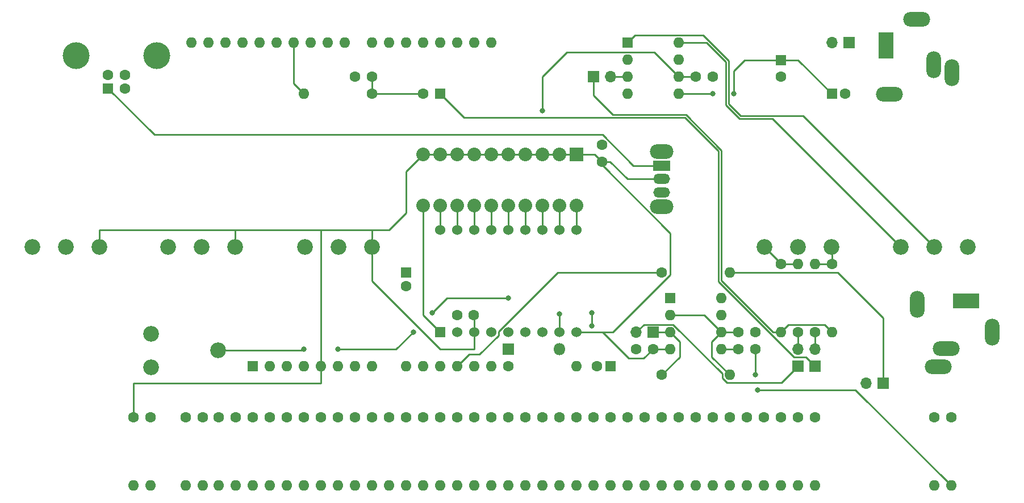
<source format=gbr>
%TF.GenerationSoftware,KiCad,Pcbnew,(6.0.2)*%
%TF.CreationDate,2022-03-12T15:20:26+01:00*%
%TF.ProjectId,hardware,68617264-7761-4726-952e-6b696361645f,rev?*%
%TF.SameCoordinates,Original*%
%TF.FileFunction,Copper,L2,Bot*%
%TF.FilePolarity,Positive*%
%FSLAX46Y46*%
G04 Gerber Fmt 4.6, Leading zero omitted, Abs format (unit mm)*
G04 Created by KiCad (PCBNEW (6.0.2)) date 2022-03-12 15:20:26*
%MOMM*%
%LPD*%
G01*
G04 APERTURE LIST*
%TA.AperFunction,ComponentPad*%
%ADD10C,1.600000*%
%TD*%
%TA.AperFunction,ComponentPad*%
%ADD11O,1.600000X1.600000*%
%TD*%
%TA.AperFunction,ComponentPad*%
%ADD12R,2.032000X2.032000*%
%TD*%
%TA.AperFunction,ComponentPad*%
%ADD13C,2.032000*%
%TD*%
%TA.AperFunction,ComponentPad*%
%ADD14R,1.600000X1.600000*%
%TD*%
%TA.AperFunction,ComponentPad*%
%ADD15R,1.700000X1.700000*%
%TD*%
%TA.AperFunction,ComponentPad*%
%ADD16O,1.700000X1.700000*%
%TD*%
%TA.AperFunction,ComponentPad*%
%ADD17C,4.000000*%
%TD*%
%TA.AperFunction,ComponentPad*%
%ADD18C,2.340000*%
%TD*%
%TA.AperFunction,ComponentPad*%
%ADD19O,2.200000X4.000000*%
%TD*%
%TA.AperFunction,ComponentPad*%
%ADD20O,4.000000X2.200000*%
%TD*%
%TA.AperFunction,ComponentPad*%
%ADD21R,2.200000X4.000000*%
%TD*%
%TA.AperFunction,ComponentPad*%
%ADD22R,1.800000X1.800000*%
%TD*%
%TA.AperFunction,ComponentPad*%
%ADD23O,1.800000X1.800000*%
%TD*%
%TA.AperFunction,ComponentPad*%
%ADD24O,3.500000X2.200000*%
%TD*%
%TA.AperFunction,ComponentPad*%
%ADD25R,2.500000X1.500000*%
%TD*%
%TA.AperFunction,ComponentPad*%
%ADD26O,2.500000X1.500000*%
%TD*%
%TA.AperFunction,ComponentPad*%
%ADD27R,4.000000X2.200000*%
%TD*%
%TA.AperFunction,ComponentPad*%
%ADD28R,1.524000X1.524000*%
%TD*%
%TA.AperFunction,ComponentPad*%
%ADD29C,1.524000*%
%TD*%
%TA.AperFunction,ViaPad*%
%ADD30C,0.800000*%
%TD*%
%TA.AperFunction,Conductor*%
%ADD31C,0.250000*%
%TD*%
G04 APERTURE END LIST*
D10*
%TO.P,R48,1*%
%TO.N,Net-(R47-Pad2)*%
X144780000Y-58420000D03*
D11*
%TO.P,R48,2*%
%TO.N,Net-(J8-Pad1)*%
X144780000Y-68580000D03*
%TD*%
D10*
%TO.P,R27,1*%
%TO.N,Net-(R26-Pad2)*%
X106680000Y-81280000D03*
D11*
%TO.P,R27,2*%
%TO.N,PAD_F4*%
X106680000Y-91440000D03*
%TD*%
D10*
%TO.P,R12,1*%
%TO.N,Net-(R11-Pad2)*%
X71120000Y-81280000D03*
D11*
%TO.P,R12,2*%
%TO.N,PAD_A#3*%
X71120000Y-91440000D03*
%TD*%
D10*
%TO.P,R42,1*%
%TO.N,PAD_C5*%
X160020000Y-81280000D03*
D11*
%TO.P,R42,2*%
%TO.N,Net-(R42-Pad2)*%
X160020000Y-91440000D03*
%TD*%
D10*
%TO.P,R47,1*%
%TO.N,Net-(J7-Pad2)*%
X142240000Y-68580000D03*
D11*
%TO.P,R47,2*%
%TO.N,Net-(R47-Pad2)*%
X142240000Y-58420000D03*
%TD*%
D10*
%TO.P,R50,1*%
%TO.N,Net-(R49-Pad2)*%
X137160000Y-58420000D03*
D11*
%TO.P,R50,2*%
%TO.N,Net-(J8-Pad1)*%
X137160000Y-68580000D03*
%TD*%
D10*
%TO.P,R33,1*%
%TO.N,Net-(R32-Pad2)*%
X121920000Y-81280000D03*
D11*
%TO.P,R33,2*%
%TO.N,PAD_G#4*%
X121920000Y-91440000D03*
%TD*%
D10*
%TO.P,R36,1*%
%TO.N,PAD_A4*%
X129540000Y-81280000D03*
D11*
%TO.P,R36,2*%
%TO.N,Net-(R36-Pad2)*%
X129540000Y-91440000D03*
%TD*%
D10*
%TO.P,R21,1*%
%TO.N,PAD_D4*%
X93980000Y-81280000D03*
D11*
%TO.P,R21,2*%
%TO.N,Net-(R21-Pad2)*%
X93980000Y-91440000D03*
%TD*%
D10*
%TO.P,R5,1*%
%TO.N,PAD_F#3*%
X53340000Y-81280000D03*
D11*
%TO.P,R5,2*%
%TO.N,Net-(R5-Pad2)*%
X53340000Y-91440000D03*
%TD*%
D10*
%TO.P,R13,1*%
%TO.N,PAD_A#3*%
X73660000Y-81280000D03*
D11*
%TO.P,R13,2*%
%TO.N,Net-(R13-Pad2)*%
X73660000Y-91440000D03*
%TD*%
D10*
%TO.P,R11,1*%
%TO.N,PAD_A3*%
X68580000Y-81280000D03*
D11*
%TO.P,R11,2*%
%TO.N,Net-(R11-Pad2)*%
X68580000Y-91440000D03*
%TD*%
D10*
%TO.P,R22,1*%
%TO.N,Net-(R21-Pad2)*%
X96520000Y-81280000D03*
D11*
%TO.P,R22,2*%
%TO.N,PAD_D#4*%
X96520000Y-91440000D03*
%TD*%
D10*
%TO.P,R38,1*%
%TO.N,PAD_A#4*%
X134620000Y-81280000D03*
D11*
%TO.P,R38,2*%
%TO.N,Net-(R38-Pad2)*%
X134620000Y-91440000D03*
%TD*%
D12*
%TO.P,BAR1,1,A*%
%TO.N,VCC*%
X106680000Y-42017500D03*
D13*
%TO.P,BAR1,2,A*%
X104140000Y-42017500D03*
%TO.P,BAR1,3,A*%
X101600000Y-42017500D03*
%TO.P,BAR1,4,A*%
X99060000Y-42017500D03*
%TO.P,BAR1,5,A*%
X96520000Y-42017500D03*
%TO.P,BAR1,6,A*%
X93980000Y-42017500D03*
%TO.P,BAR1,7,A*%
X91440000Y-42017500D03*
%TO.P,BAR1,8,A*%
X88900000Y-42017500D03*
%TO.P,BAR1,9,A*%
X86360000Y-42017500D03*
%TO.P,BAR1,10,A*%
X83820000Y-42017500D03*
%TO.P,BAR1,11,K*%
%TO.N,Net-(BAR1-Pad11)*%
X83820000Y-49637500D03*
%TO.P,BAR1,12,K*%
%TO.N,Net-(BAR1-Pad12)*%
X86360000Y-49637500D03*
%TO.P,BAR1,13,K*%
%TO.N,Net-(BAR1-Pad13)*%
X88900000Y-49637500D03*
%TO.P,BAR1,14,K*%
%TO.N,Net-(BAR1-Pad14)*%
X91440000Y-49637500D03*
%TO.P,BAR1,15,K*%
%TO.N,Net-(BAR1-Pad15)*%
X93980000Y-49637500D03*
%TO.P,BAR1,16,K*%
%TO.N,Net-(BAR1-Pad16)*%
X96520000Y-49637500D03*
%TO.P,BAR1,17,K*%
%TO.N,Net-(BAR1-Pad17)*%
X99060000Y-49637500D03*
%TO.P,BAR1,18,K*%
%TO.N,Net-(BAR1-Pad18)*%
X101600000Y-49637500D03*
%TO.P,BAR1,19,K*%
%TO.N,Net-(BAR1-Pad19)*%
X104140000Y-49637500D03*
%TO.P,BAR1,20,K*%
%TO.N,Net-(BAR1-Pad20)*%
X106680000Y-49637500D03*
%TD*%
D10*
%TO.P,R41,1*%
%TO.N,Net-(R40-Pad2)*%
X142240000Y-81280000D03*
D11*
%TO.P,R41,2*%
%TO.N,PAD_C5*%
X142240000Y-91440000D03*
%TD*%
D10*
%TO.P,R46,1*%
%TO.N,Net-(A1-Pad12)*%
X119390000Y-59690000D03*
D11*
%TO.P,R46,2*%
%TO.N,KB_IN*%
X129550000Y-59690000D03*
%TD*%
D14*
%TO.P,C10,1*%
%TO.N,D_SYNTH*%
X86360000Y-33020000D03*
D10*
%TO.P,C10,2*%
%TO.N,Net-(C10-Pad2)*%
X83860000Y-33020000D03*
%TD*%
D15*
%TO.P,J2,1,Pin_1*%
%TO.N,Net-(J2-Pad1)*%
X118120000Y-68580000D03*
D16*
%TO.P,J2,2,Pin_2*%
%TO.N,A_SYNTH*%
X115580000Y-68580000D03*
%TD*%
D14*
%TO.P,J3,1,VBUS*%
%TO.N,Net-(J3-Pad1)*%
X36850000Y-32187500D03*
D10*
%TO.P,J3,2,D-*%
%TO.N,unconnected-(J3-Pad2)*%
X39350000Y-32187500D03*
%TO.P,J3,3,D+*%
%TO.N,unconnected-(J3-Pad3)*%
X39350000Y-30187500D03*
%TO.P,J3,4,GND*%
%TO.N,GND*%
X36850000Y-30187500D03*
D17*
%TO.P,J3,5,Shield*%
X44100000Y-27327500D03*
X32100000Y-27327500D03*
%TD*%
D10*
%TO.P,R6,1*%
%TO.N,Net-(R5-Pad2)*%
X55880000Y-81280000D03*
D11*
%TO.P,R6,2*%
%TO.N,PAD_G3*%
X55880000Y-91440000D03*
%TD*%
D18*
%TO.P,RV5,1,1*%
%TO.N,unconnected-(RV5-Pad1)*%
X165020000Y-55880000D03*
%TO.P,RV5,2,2*%
%TO.N,Net-(RV5-Pad2)*%
X160020000Y-55880000D03*
%TO.P,RV5,3,3*%
%TO.N,Net-(RV5-Pad3)*%
X155020000Y-55880000D03*
%TD*%
D14*
%TO.P,U3,1,GAIN*%
%TO.N,Net-(RV5-Pad2)*%
X114300000Y-25400000D03*
D11*
%TO.P,U3,2,-*%
%TO.N,GND*%
X114300000Y-27940000D03*
%TO.P,U3,3,+*%
%TO.N,PRE_AMP*%
X114300000Y-30480000D03*
%TO.P,U3,4,GND*%
%TO.N,GND*%
X114300000Y-33020000D03*
%TO.P,U3,5*%
%TO.N,Net-(C8-Pad1)*%
X121920000Y-33020000D03*
%TO.P,U3,6,V+*%
%TO.N,VCC*%
X121920000Y-30480000D03*
%TO.P,U3,7,BYPASS*%
%TO.N,unconnected-(U3-Pad7)*%
X121920000Y-27940000D03*
%TO.P,U3,8,GAIN*%
%TO.N,Net-(RV5-Pad3)*%
X121920000Y-25400000D03*
%TD*%
D14*
%TO.P,C7,1*%
%TO.N,Net-(C7-Pad1)*%
X111760000Y-73660000D03*
D10*
%TO.P,C7,2*%
%TO.N,GND*%
X109760000Y-73660000D03*
%TD*%
D19*
%TO.P,J6,R*%
%TO.N,N/C*%
X162622500Y-29850000D03*
%TO.P,J6,RN*%
X159922500Y-28650000D03*
D20*
%TO.P,J6,S*%
%TO.N,GND*%
X157422500Y-21850000D03*
D21*
%TO.P,J6,T*%
%TO.N,Net-(C8-Pad2)*%
X152822500Y-25750000D03*
D20*
%TO.P,J6,TN*%
%TO.N,N/C*%
X153322500Y-33050000D03*
%TD*%
D10*
%TO.P,R17,1*%
%TO.N,PAD_C4*%
X83820000Y-81280000D03*
D11*
%TO.P,R17,2*%
%TO.N,Net-(R17-Pad2)*%
X83820000Y-91440000D03*
%TD*%
D10*
%TO.P,R7,1*%
%TO.N,PAD_G3*%
X58420000Y-81280000D03*
D11*
%TO.P,R7,2*%
%TO.N,Net-(R7-Pad2)*%
X58420000Y-91440000D03*
%TD*%
D10*
%TO.P,R3,1*%
%TO.N,PAD_F3*%
X48460000Y-81280000D03*
D11*
%TO.P,R3,2*%
%TO.N,Net-(R3-Pad2)*%
X48460000Y-91440000D03*
%TD*%
D10*
%TO.P,R20,1*%
%TO.N,Net-(R19-Pad2)*%
X91440000Y-81280000D03*
D11*
%TO.P,R20,2*%
%TO.N,PAD_D4*%
X91440000Y-91440000D03*
%TD*%
D10*
%TO.P,R16,1*%
%TO.N,Net-(R15-Pad2)*%
X81280000Y-81280000D03*
D11*
%TO.P,R16,2*%
%TO.N,PAD_C4*%
X81280000Y-91440000D03*
%TD*%
D22*
%TO.P,D1,1,K*%
%TO.N,Net-(C7-Pad1)*%
X96520000Y-71120000D03*
D23*
%TO.P,D1,2,A*%
%TO.N,AUDIO_OUT*%
X104140000Y-71120000D03*
%TD*%
D10*
%TO.P,C4,1*%
%TO.N,GND*%
X88900000Y-66040000D03*
%TO.P,C4,2*%
%TO.N,VCC*%
X91400000Y-66040000D03*
%TD*%
%TO.P,R10,1*%
%TO.N,Net-(R10-Pad1)*%
X66040000Y-81280000D03*
D11*
%TO.P,R10,2*%
%TO.N,PAD_A3*%
X66040000Y-91440000D03*
%TD*%
D18*
%TO.P,RV3,1,1*%
%TO.N,VCC*%
X76200000Y-55880000D03*
%TO.P,RV3,2,2*%
%TO.N,POT_WAV*%
X71200000Y-55880000D03*
%TO.P,RV3,3,3*%
%TO.N,GND*%
X66200000Y-55880000D03*
%TD*%
D10*
%TO.P,C1,1*%
%TO.N,GND*%
X115580000Y-71080000D03*
%TO.P,C1,2*%
%TO.N,VCC*%
X118080000Y-71080000D03*
%TD*%
%TO.P,R15,1*%
%TO.N,PAD_B3*%
X78740000Y-81280000D03*
D11*
%TO.P,R15,2*%
%TO.N,Net-(R15-Pad2)*%
X78740000Y-91440000D03*
%TD*%
D10*
%TO.P,R8,1*%
%TO.N,Net-(R7-Pad2)*%
X60960000Y-81280000D03*
D11*
%TO.P,R8,2*%
%TO.N,PAD_G#3*%
X60960000Y-91440000D03*
%TD*%
D10*
%TO.P,R9,1*%
%TO.N,PAD_G#3*%
X63500000Y-81280000D03*
D11*
%TO.P,R9,2*%
%TO.N,Net-(R10-Pad1)*%
X63500000Y-91440000D03*
%TD*%
D10*
%TO.P,C3,1*%
%TO.N,Net-(C3-Pad1)*%
X130820000Y-68580000D03*
%TO.P,C3,2*%
%TO.N,GND*%
X133320000Y-68580000D03*
%TD*%
%TO.P,R43,1*%
%TO.N,Net-(R42-Pad2)*%
X162560000Y-81280000D03*
D11*
%TO.P,R43,2*%
%TO.N,GND*%
X162560000Y-91440000D03*
%TD*%
D18*
%TO.P,RV6,1,1*%
%TO.N,Net-(R47-Pad2)*%
X144700000Y-55880000D03*
%TO.P,RV6,2,2*%
%TO.N,GND*%
X139700000Y-55880000D03*
%TO.P,RV6,3,3*%
%TO.N,Net-(R49-Pad2)*%
X134700000Y-55880000D03*
%TD*%
D15*
%TO.P,J7,1,Pin_1*%
%TO.N,D_SYNTH*%
X142240000Y-73660000D03*
D16*
%TO.P,J7,2,Pin_2*%
%TO.N,Net-(J7-Pad2)*%
X142240000Y-71120000D03*
%TD*%
D10*
%TO.P,C5,1*%
%TO.N,GND*%
X110490000Y-40640000D03*
%TO.P,C5,2*%
%TO.N,VCC*%
X110490000Y-43140000D03*
%TD*%
D24*
%TO.P,SW1,*%
%TO.N,*%
X119380000Y-49820000D03*
X119380000Y-41620000D03*
D25*
%TO.P,SW1,1,A*%
%TO.N,Net-(J3-Pad1)*%
X119380000Y-43720000D03*
D26*
%TO.P,SW1,2,B*%
%TO.N,VCC*%
X119380000Y-45720000D03*
%TO.P,SW1,3*%
%TO.N,N/C*%
X119380000Y-47720000D03*
%TD*%
D10*
%TO.P,R25,1*%
%TO.N,Net-(R24-Pad2)*%
X101600000Y-81280000D03*
D11*
%TO.P,R25,2*%
%TO.N,PAD_E4*%
X101600000Y-91440000D03*
%TD*%
D14*
%TO.P,C9,1*%
%TO.N,Net-(C8-Pad1)*%
X137160000Y-27980000D03*
D10*
%TO.P,C9,2*%
%TO.N,GND*%
X137160000Y-30480000D03*
%TD*%
D18*
%TO.P,RV1,1,1*%
%TO.N,VCC*%
X35560000Y-55880000D03*
%TO.P,RV1,2,2*%
%TO.N,POT_ATK*%
X30560000Y-55880000D03*
%TO.P,RV1,3,3*%
%TO.N,GND*%
X25560000Y-55880000D03*
%TD*%
%TO.P,RV2,1,1*%
%TO.N,VCC*%
X55800000Y-55880000D03*
%TO.P,RV2,2,2*%
%TO.N,POT_REL*%
X50800000Y-55880000D03*
%TO.P,RV2,3,3*%
%TO.N,GND*%
X45800000Y-55880000D03*
%TD*%
D10*
%TO.P,R2,1*%
%TO.N,Net-(R1-Pad2)*%
X43180000Y-81280000D03*
D11*
%TO.P,R2,2*%
%TO.N,PAD_F3*%
X43180000Y-91440000D03*
%TD*%
D10*
%TO.P,C6,1*%
%TO.N,GND*%
X127000000Y-30480000D03*
%TO.P,C6,2*%
%TO.N,VCC*%
X124500000Y-30480000D03*
%TD*%
%TO.P,R18,1*%
%TO.N,Net-(R17-Pad2)*%
X86360000Y-81280000D03*
D11*
%TO.P,R18,2*%
%TO.N,PAD_C#4*%
X86360000Y-91440000D03*
%TD*%
D10*
%TO.P,C12,1*%
%TO.N,Net-(C10-Pad2)*%
X76200000Y-30480000D03*
%TO.P,C12,2*%
%TO.N,GND*%
X73700000Y-30480000D03*
%TD*%
D20*
%TO.P,J4,R*%
%TO.N,N/C*%
X160650000Y-73722500D03*
%TO.P,J4,RN*%
X161850000Y-71022500D03*
D19*
%TO.P,J4,S*%
%TO.N,KB_IN*%
X168650000Y-68522500D03*
D27*
%TO.P,J4,T*%
X164750000Y-63922500D03*
D19*
%TO.P,J4,TN*%
%TO.N,N/C*%
X157450000Y-64422500D03*
%TD*%
D10*
%TO.P,R29,1*%
%TO.N,Net-(R28-Pad2)*%
X111760000Y-81280000D03*
D11*
%TO.P,R29,2*%
%TO.N,PAD_F#4*%
X111760000Y-91440000D03*
%TD*%
D10*
%TO.P,R26,1*%
%TO.N,PAD_E4*%
X104140000Y-81280000D03*
D11*
%TO.P,R26,2*%
%TO.N,Net-(R26-Pad2)*%
X104140000Y-91440000D03*
%TD*%
D10*
%TO.P,R34,1*%
%TO.N,PAD_G#4*%
X124460000Y-81280000D03*
D11*
%TO.P,R34,2*%
%TO.N,Net-(R34-Pad2)*%
X124460000Y-91440000D03*
%TD*%
D10*
%TO.P,R1,1*%
%TO.N,VCC*%
X40640000Y-81280000D03*
D11*
%TO.P,R1,2*%
%TO.N,Net-(R1-Pad2)*%
X40640000Y-91440000D03*
%TD*%
D15*
%TO.P,J8,1,Pin_1*%
%TO.N,Net-(J8-Pad1)*%
X109220000Y-30480000D03*
D16*
%TO.P,J8,2,Pin_2*%
%TO.N,PRE_AMP*%
X111760000Y-30480000D03*
%TD*%
D14*
%TO.P,C8,1*%
%TO.N,Net-(C8-Pad1)*%
X144780000Y-33020000D03*
D10*
%TO.P,C8,2*%
%TO.N,Net-(C8-Pad2)*%
X146780000Y-33020000D03*
%TD*%
%TO.P,R14,1*%
%TO.N,Net-(R13-Pad2)*%
X76200000Y-81280000D03*
D11*
%TO.P,R14,2*%
%TO.N,PAD_B3*%
X76200000Y-91440000D03*
%TD*%
D10*
%TO.P,R24,1*%
%TO.N,PAD_D#4*%
X99060000Y-81280000D03*
D11*
%TO.P,R24,2*%
%TO.N,Net-(R24-Pad2)*%
X99060000Y-91440000D03*
%TD*%
D10*
%TO.P,R49,1*%
%TO.N,Net-(J9-Pad2)*%
X139700000Y-68580000D03*
D11*
%TO.P,R49,2*%
%TO.N,Net-(R49-Pad2)*%
X139700000Y-58420000D03*
%TD*%
D10*
%TO.P,R28,1*%
%TO.N,PAD_F4*%
X109220000Y-81280000D03*
D11*
%TO.P,R28,2*%
%TO.N,Net-(R28-Pad2)*%
X109220000Y-91440000D03*
%TD*%
D10*
%TO.P,R32,1*%
%TO.N,PAD_G4*%
X119380000Y-81280000D03*
D11*
%TO.P,R32,2*%
%TO.N,Net-(R32-Pad2)*%
X119380000Y-91440000D03*
%TD*%
D10*
%TO.P,R39,1*%
%TO.N,Net-(R38-Pad2)*%
X137160000Y-81280000D03*
D11*
%TO.P,R39,2*%
%TO.N,PAD_B4*%
X137160000Y-91440000D03*
%TD*%
D15*
%TO.P,J1,1,Pin_1*%
%TO.N,KB_IN*%
X152400000Y-76200000D03*
D16*
%TO.P,J1,2,Pin_2*%
%TO.N,Net-(C2-Pad1)*%
X149860000Y-76200000D03*
%TD*%
D18*
%TO.P,RV4,1,1*%
%TO.N,Net-(RV4-Pad1)*%
X43260000Y-73770000D03*
%TO.P,RV4,2,2*%
%TO.N,Net-(RV4-Pad2)*%
X53260000Y-71270000D03*
%TO.P,RV4,3,3*%
%TO.N,GND*%
X43260000Y-68770000D03*
%TD*%
D15*
%TO.P,J5,1,Pin_1*%
%TO.N,Net-(C8-Pad2)*%
X147320000Y-25400000D03*
D16*
%TO.P,J5,2,Pin_2*%
%TO.N,AUDIO_OUT*%
X144780000Y-25400000D03*
%TD*%
D10*
%TO.P,C2,1*%
%TO.N,Net-(C2-Pad1)*%
X130820000Y-71120000D03*
%TO.P,C2,2*%
%TO.N,GND*%
X133320000Y-71120000D03*
%TD*%
%TO.P,R35,1*%
%TO.N,Net-(R34-Pad2)*%
X127000000Y-81280000D03*
D11*
%TO.P,R35,2*%
%TO.N,PAD_A4*%
X127000000Y-91440000D03*
%TD*%
D10*
%TO.P,R31,1*%
%TO.N,Net-(R30-Pad2)*%
X116840000Y-81280000D03*
D11*
%TO.P,R31,2*%
%TO.N,PAD_G4*%
X116840000Y-91440000D03*
%TD*%
D10*
%TO.P,R23,1*%
%TO.N,Net-(J2-Pad1)*%
X119390000Y-74930000D03*
D11*
%TO.P,R23,2*%
%TO.N,Net-(C3-Pad1)*%
X129550000Y-74930000D03*
%TD*%
D10*
%TO.P,R37,1*%
%TO.N,Net-(R36-Pad2)*%
X132080000Y-81280000D03*
D11*
%TO.P,R37,2*%
%TO.N,PAD_A#4*%
X132080000Y-91440000D03*
%TD*%
D10*
%TO.P,R4,1*%
%TO.N,Net-(R3-Pad2)*%
X51000000Y-81280000D03*
D11*
%TO.P,R4,2*%
%TO.N,PAD_F#3*%
X51000000Y-91440000D03*
%TD*%
D10*
%TO.P,R44,1*%
%TO.N,Net-(C7-Pad1)*%
X96520000Y-73660000D03*
D11*
%TO.P,R44,2*%
%TO.N,GND*%
X106680000Y-73660000D03*
%TD*%
D14*
%TO.P,U1,1,GND*%
%TO.N,GND*%
X120660000Y-63500000D03*
D11*
%TO.P,U1,2,TR*%
%TO.N,Net-(C3-Pad1)*%
X120660000Y-66040000D03*
%TO.P,U1,3,Q*%
%TO.N,Net-(J2-Pad1)*%
X120660000Y-68580000D03*
%TO.P,U1,4,R*%
%TO.N,VCC*%
X120660000Y-71120000D03*
%TO.P,U1,5,CV*%
%TO.N,Net-(C2-Pad1)*%
X128280000Y-71120000D03*
%TO.P,U1,6,THR*%
%TO.N,Net-(C3-Pad1)*%
X128280000Y-68580000D03*
%TO.P,U1,7,DIS*%
%TO.N,unconnected-(U1-Pad7)*%
X128280000Y-66040000D03*
%TO.P,U1,8,VCC*%
%TO.N,VCC*%
X128280000Y-63500000D03*
%TD*%
D10*
%TO.P,R45,1*%
%TO.N,Net-(C10-Pad2)*%
X76200000Y-33020000D03*
D11*
%TO.P,R45,2*%
%TO.N,Net-(A1-Pad26)*%
X66040000Y-33020000D03*
%TD*%
D14*
%TO.P,C11,1*%
%TO.N,VCC*%
X81280000Y-59690000D03*
D10*
%TO.P,C11,2*%
%TO.N,GND*%
X81280000Y-61690000D03*
%TD*%
D28*
%TO.P,U2,1,LED1*%
%TO.N,Net-(BAR1-Pad11)*%
X86360000Y-68580000D03*
D29*
%TO.P,U2,2,V-*%
%TO.N,GND*%
X88900000Y-68580000D03*
%TO.P,U2,3,V+*%
%TO.N,VCC*%
X91440000Y-68580000D03*
%TO.P,U2,4,RLO*%
%TO.N,GND*%
X93980000Y-68580000D03*
%TO.P,U2,5,SIG*%
%TO.N,Net-(C7-Pad1)*%
X96520000Y-68580000D03*
%TO.P,U2,6,RHI*%
%TO.N,Net-(RV4-Pad1)*%
X99060000Y-68580000D03*
%TO.P,U2,8,REFOUT*%
X101600000Y-68580000D03*
%TO.P,U2,10,REFADJ*%
%TO.N,Net-(RV4-Pad2)*%
X104140000Y-68580000D03*
%TO.P,U2,11,MODE*%
%TO.N,VCC*%
X106680000Y-68580000D03*
%TO.P,U2,12,LED10*%
%TO.N,Net-(BAR1-Pad20)*%
X106680000Y-53340000D03*
%TO.P,U2,13,LED9*%
%TO.N,Net-(BAR1-Pad19)*%
X104140000Y-53340000D03*
%TO.P,U2,14,LED8*%
%TO.N,Net-(BAR1-Pad18)*%
X101600000Y-53340000D03*
%TO.P,U2,15,LED7*%
%TO.N,Net-(BAR1-Pad17)*%
X99060000Y-53340000D03*
%TO.P,U2,16,LED6*%
%TO.N,Net-(BAR1-Pad16)*%
X96520000Y-53340000D03*
%TO.P,U2,17,LED5*%
%TO.N,Net-(BAR1-Pad15)*%
X93980000Y-53340000D03*
%TO.P,U2,18,LED4*%
%TO.N,Net-(BAR1-Pad14)*%
X91440000Y-53340000D03*
%TO.P,U2,19,LED3*%
%TO.N,Net-(BAR1-Pad13)*%
X88900000Y-53340000D03*
%TO.P,U2,20,LED2*%
%TO.N,Net-(BAR1-Pad12)*%
X86360000Y-53340000D03*
%TD*%
D10*
%TO.P,R19,1*%
%TO.N,PAD_C#4*%
X88900000Y-81280000D03*
D11*
%TO.P,R19,2*%
%TO.N,Net-(R19-Pad2)*%
X88900000Y-91440000D03*
%TD*%
D10*
%TO.P,R40,1*%
%TO.N,PAD_B4*%
X139700000Y-81280000D03*
D11*
%TO.P,R40,2*%
%TO.N,Net-(R40-Pad2)*%
X139700000Y-91440000D03*
%TD*%
D15*
%TO.P,J9,1,Pin_1*%
%TO.N,A_SYNTH*%
X139700000Y-73660000D03*
D16*
%TO.P,J9,2,Pin_2*%
%TO.N,Net-(J9-Pad2)*%
X139700000Y-71120000D03*
%TD*%
D10*
%TO.P,R30,1*%
%TO.N,PAD_F#4*%
X114300000Y-81280000D03*
D11*
%TO.P,R30,2*%
%TO.N,Net-(R30-Pad2)*%
X114300000Y-91440000D03*
%TD*%
D14*
%TO.P,A1,1,NC*%
%TO.N,unconnected-(A1-Pad1)*%
X58420000Y-73660000D03*
D11*
%TO.P,A1,2,IOREF*%
%TO.N,unconnected-(A1-Pad2)*%
X60960000Y-73660000D03*
%TO.P,A1,3,~{RESET}*%
%TO.N,unconnected-(A1-Pad3)*%
X63500000Y-73660000D03*
%TO.P,A1,4,3V3*%
%TO.N,unconnected-(A1-Pad4)*%
X66040000Y-73660000D03*
%TO.P,A1,5,+5V*%
%TO.N,VCC*%
X68580000Y-73660000D03*
%TO.P,A1,6,GND*%
%TO.N,GND*%
X71120000Y-73660000D03*
%TO.P,A1,7,GND*%
X73660000Y-73660000D03*
%TO.P,A1,8,VIN*%
%TO.N,unconnected-(A1-Pad8)*%
X76200000Y-73660000D03*
%TO.P,A1,9,A0*%
%TO.N,POT_ATK*%
X81280000Y-73660000D03*
%TO.P,A1,10,A1*%
%TO.N,POT_REL*%
X83820000Y-73660000D03*
%TO.P,A1,11,A2*%
%TO.N,POT_WAV*%
X86360000Y-73660000D03*
%TO.P,A1,12,A3*%
%TO.N,Net-(A1-Pad12)*%
X88900000Y-73660000D03*
%TO.P,A1,13,SDA/A4*%
%TO.N,unconnected-(A1-Pad13)*%
X91440000Y-73660000D03*
%TO.P,A1,14,SCL/A5*%
%TO.N,unconnected-(A1-Pad14)*%
X93980000Y-73660000D03*
%TO.P,A1,15,D0/RX*%
%TO.N,unconnected-(A1-Pad15)*%
X93980000Y-25400000D03*
%TO.P,A1,16,D1/TX*%
%TO.N,unconnected-(A1-Pad16)*%
X91440000Y-25400000D03*
%TO.P,A1,17,D2*%
%TO.N,unconnected-(A1-Pad17)*%
X88900000Y-25400000D03*
%TO.P,A1,18,D3*%
%TO.N,unconnected-(A1-Pad18)*%
X86360000Y-25400000D03*
%TO.P,A1,19,D4*%
%TO.N,unconnected-(A1-Pad19)*%
X83820000Y-25400000D03*
%TO.P,A1,20,D5*%
%TO.N,unconnected-(A1-Pad20)*%
X81280000Y-25400000D03*
%TO.P,A1,21,D6*%
%TO.N,unconnected-(A1-Pad21)*%
X78740000Y-25400000D03*
%TO.P,A1,22,D7*%
%TO.N,unconnected-(A1-Pad22)*%
X76200000Y-25400000D03*
%TO.P,A1,23,D8*%
%TO.N,unconnected-(A1-Pad23)*%
X72140000Y-25400000D03*
%TO.P,A1,24,D9*%
%TO.N,unconnected-(A1-Pad24)*%
X69600000Y-25400000D03*
%TO.P,A1,25,D10*%
%TO.N,unconnected-(A1-Pad25)*%
X67060000Y-25400000D03*
%TO.P,A1,26,D11*%
%TO.N,Net-(A1-Pad26)*%
X64520000Y-25400000D03*
%TO.P,A1,27,D12*%
%TO.N,unconnected-(A1-Pad27)*%
X61980000Y-25400000D03*
%TO.P,A1,28,D13*%
%TO.N,unconnected-(A1-Pad28)*%
X59440000Y-25400000D03*
%TO.P,A1,29,GND*%
%TO.N,GND*%
X56900000Y-25400000D03*
%TO.P,A1,30,AREF*%
%TO.N,unconnected-(A1-Pad30)*%
X54360000Y-25400000D03*
%TO.P,A1,31,SDA/A4*%
%TO.N,unconnected-(A1-Pad31)*%
X51820000Y-25400000D03*
%TO.P,A1,32,SCL/A5*%
%TO.N,unconnected-(A1-Pad32)*%
X49280000Y-25400000D03*
%TD*%
D30*
%TO.N,VCC*%
X101600000Y-35560000D03*
%TO.N,GND*%
X133326583Y-74903348D03*
X133718968Y-77184993D03*
%TO.N,AUDIO_OUT*%
X108972557Y-67610204D03*
X108972557Y-65674439D03*
%TO.N,Net-(C8-Pad1)*%
X130107445Y-33020000D03*
X127000000Y-33020000D03*
%TO.N,Net-(RV4-Pad2)*%
X104140000Y-65866870D03*
X82363206Y-68558512D03*
X96520000Y-63500000D03*
X66040000Y-71120000D03*
X71120000Y-71120000D03*
X85200932Y-65695673D03*
%TD*%
D31*
%TO.N,VCC*%
X91440000Y-66080000D02*
X91400000Y-66040000D01*
X112090300Y-68580000D02*
X120681838Y-59988462D01*
X120660000Y-71120000D02*
X118120000Y-71120000D01*
X55880000Y-53340000D02*
X55800000Y-53420000D01*
X91440000Y-68580000D02*
X91440000Y-71120000D01*
X35560000Y-53340000D02*
X55880000Y-53340000D01*
X106680000Y-42017500D02*
X109367500Y-42017500D01*
X40640000Y-76200000D02*
X40640000Y-81280000D01*
X83820000Y-42017500D02*
X81280000Y-44557500D01*
X68580000Y-76200000D02*
X40640000Y-76200000D01*
X120681838Y-59988462D02*
X120681838Y-53786413D01*
X101600000Y-30480000D02*
X101600000Y-35560000D01*
X118120000Y-71120000D02*
X118080000Y-71080000D01*
X81280000Y-44557500D02*
X81280000Y-45720000D01*
X106680000Y-42017500D02*
X83820000Y-42017500D01*
X76200000Y-53340000D02*
X76200000Y-55880000D01*
X78740000Y-53340000D02*
X76200000Y-53340000D01*
X110490000Y-43594575D02*
X110490000Y-43140000D01*
X106680000Y-68580000D02*
X110574126Y-68580000D01*
X55880000Y-53340000D02*
X68580000Y-53340000D01*
X120681838Y-53786413D02*
X110490000Y-43594575D01*
X91440000Y-71120000D02*
X86360000Y-71120000D01*
X114300000Y-45720000D02*
X119380000Y-45720000D01*
X68580000Y-73660000D02*
X68580000Y-53340000D01*
X109367500Y-42017500D02*
X110490000Y-43140000D01*
X116697173Y-72462827D02*
X118080000Y-71080000D01*
X118255489Y-26815489D02*
X105264511Y-26815489D01*
X76200000Y-60960000D02*
X76200000Y-55880000D01*
X105264511Y-26815489D02*
X101600000Y-30480000D01*
X114456953Y-72462827D02*
X116697173Y-72462827D01*
X86360000Y-71120000D02*
X76200000Y-60960000D01*
X68580000Y-73660000D02*
X68580000Y-76200000D01*
X91440000Y-68580000D02*
X91440000Y-66080000D01*
X35560000Y-55880000D02*
X35560000Y-53340000D01*
X68580000Y-53340000D02*
X76200000Y-53340000D01*
X121920000Y-30480000D02*
X118255489Y-26815489D01*
X81280000Y-50800000D02*
X78740000Y-53340000D01*
X110490000Y-43140000D02*
X111720000Y-43140000D01*
X110574126Y-68580000D02*
X114456953Y-72462827D01*
X55800000Y-53420000D02*
X55800000Y-55880000D01*
X110574126Y-68580000D02*
X112090300Y-68580000D01*
X111720000Y-43140000D02*
X114300000Y-45720000D01*
X81280000Y-45720000D02*
X81280000Y-50800000D01*
X124500000Y-30480000D02*
X121920000Y-30480000D01*
%TO.N,GND*%
X133326583Y-74903348D02*
X133320000Y-74896765D01*
X133320000Y-74896765D02*
X133320000Y-71120000D01*
X148304993Y-77184993D02*
X133718968Y-77184993D01*
X162560000Y-91440000D02*
X148304993Y-77184993D01*
%TO.N,Net-(A1-Pad12)*%
X95066511Y-69043483D02*
X92245263Y-71864731D01*
X92245263Y-71864731D02*
X90695269Y-71864731D01*
X95066511Y-68496929D02*
X95066511Y-69043483D01*
X119390000Y-59690000D02*
X103873440Y-59690000D01*
X103873440Y-59690000D02*
X95066511Y-68496929D01*
X90695269Y-71864731D02*
X88900000Y-73660000D01*
%TO.N,D_SYNTH*%
X122838213Y-36576479D02*
X89916479Y-36576479D01*
X139107423Y-72294511D02*
X127831730Y-61018818D01*
X140874511Y-72294511D02*
X139107423Y-72294511D01*
X89916479Y-36576479D02*
X86360000Y-33020000D01*
X127831730Y-61018818D02*
X127831730Y-41569996D01*
X127831730Y-41569996D02*
X122838213Y-36576479D01*
X142240000Y-73660000D02*
X140874511Y-72294511D01*
%TO.N,Net-(C2-Pad1)*%
X130820000Y-71120000D02*
X128280000Y-71120000D01*
%TO.N,Net-(BAR1-Pad11)*%
X83820000Y-66040000D02*
X83820000Y-49637500D01*
X86360000Y-68580000D02*
X83820000Y-66040000D01*
%TO.N,Net-(BAR1-Pad12)*%
X86360000Y-53340000D02*
X86360000Y-49637500D01*
%TO.N,Net-(BAR1-Pad13)*%
X88900000Y-53340000D02*
X88900000Y-49637500D01*
%TO.N,Net-(BAR1-Pad14)*%
X91440000Y-53340000D02*
X91440000Y-49637500D01*
%TO.N,Net-(BAR1-Pad15)*%
X93980000Y-53340000D02*
X93980000Y-49637500D01*
%TO.N,Net-(BAR1-Pad16)*%
X96520000Y-53340000D02*
X96520000Y-49637500D01*
%TO.N,Net-(BAR1-Pad17)*%
X99060000Y-53340000D02*
X99060000Y-49637500D01*
%TO.N,Net-(BAR1-Pad18)*%
X101600000Y-53340000D02*
X101600000Y-49637500D01*
%TO.N,Net-(BAR1-Pad19)*%
X104140000Y-53340000D02*
X104140000Y-49637500D01*
%TO.N,Net-(BAR1-Pad20)*%
X106680000Y-53340000D02*
X106680000Y-49637500D01*
%TO.N,Net-(C3-Pad1)*%
X129550000Y-74930000D02*
X126861245Y-72241245D01*
X126861245Y-69984996D02*
X126875004Y-69984996D01*
X130820000Y-68580000D02*
X128280000Y-68580000D01*
X126875004Y-69984996D02*
X128280000Y-68580000D01*
X125740000Y-66040000D02*
X128280000Y-68580000D01*
X126861245Y-72241245D02*
X126861245Y-69984996D01*
X120660000Y-66040000D02*
X125740000Y-66040000D01*
%TO.N,A_SYNTH*%
X115580000Y-68580000D02*
X116754511Y-67405489D01*
X137288067Y-76071933D02*
X139700000Y-73660000D01*
X121075789Y-67405489D02*
X128415238Y-74744938D01*
X128415238Y-75385538D02*
X129101633Y-76071933D01*
X116754511Y-67405489D02*
X121075789Y-67405489D01*
X128415238Y-74744938D02*
X128415238Y-75385538D01*
X129101633Y-76071933D02*
X137288067Y-76071933D01*
%TO.N,KB_IN*%
X152400000Y-66449261D02*
X152400000Y-76200000D01*
X129550000Y-59690000D02*
X145640739Y-59690000D01*
X145640739Y-59690000D02*
X152400000Y-66449261D01*
%TO.N,AUDIO_OUT*%
X108972557Y-65674439D02*
X108972557Y-67610204D01*
%TO.N,Net-(A1-Pad26)*%
X64520000Y-31500000D02*
X66040000Y-33020000D01*
X64520000Y-25400000D02*
X64520000Y-31500000D01*
%TO.N,Net-(RV5-Pad2)*%
X115446384Y-24253616D02*
X114300000Y-25400000D01*
X129382945Y-34478143D02*
X129382945Y-28032472D01*
X140436219Y-36296219D02*
X131201021Y-36296219D01*
X125604089Y-24253616D02*
X115446384Y-24253616D01*
X160020000Y-55880000D02*
X140436219Y-36296219D01*
X131201021Y-36296219D02*
X129382945Y-34478143D01*
X129382945Y-28032472D02*
X125604089Y-24253616D01*
%TO.N,Net-(C8-Pad1)*%
X131732227Y-27980000D02*
X137160000Y-27980000D01*
X130107445Y-29604782D02*
X131732227Y-27980000D01*
X121920000Y-33020000D02*
X127000000Y-33020000D01*
X139740000Y-27980000D02*
X144780000Y-33020000D01*
X137160000Y-27980000D02*
X139740000Y-27980000D01*
X130107445Y-33020000D02*
X130107445Y-29604782D01*
%TO.N,Net-(C10-Pad2)*%
X76200000Y-30480000D02*
X76200000Y-33020000D01*
X83860000Y-33020000D02*
X76200000Y-33020000D01*
%TO.N,PRE_AMP*%
X111760000Y-30480000D02*
X114300000Y-30480000D01*
%TO.N,Net-(J2-Pad1)*%
X122081133Y-72238867D02*
X122081133Y-70001133D01*
X118120000Y-68580000D02*
X120660000Y-68580000D01*
X122081133Y-70001133D02*
X120660000Y-68580000D01*
X119390000Y-74930000D02*
X122081133Y-72238867D01*
%TO.N,Net-(J3-Pad1)*%
X119380000Y-43720000D02*
X115160300Y-43720000D01*
X115160300Y-43720000D02*
X110561488Y-39121188D01*
X110561488Y-39121188D02*
X43783688Y-39121188D01*
X43783688Y-39121188D02*
X36850000Y-32187500D01*
%TO.N,Net-(J7-Pad2)*%
X142240000Y-71120000D02*
X142240000Y-68580000D01*
%TO.N,Net-(J8-Pad1)*%
X137160000Y-68580000D02*
X136028630Y-68580000D01*
X143655489Y-67455489D02*
X144780000Y-68580000D01*
X137160000Y-68580000D02*
X138284511Y-67455489D01*
X128322120Y-60873490D02*
X128322120Y-41421103D01*
X138284511Y-67455489D02*
X143655489Y-67455489D01*
X128322120Y-41421103D02*
X123027976Y-36126959D01*
X123027976Y-36126959D02*
X112092533Y-36126959D01*
X136028630Y-68580000D02*
X128322120Y-60873490D01*
X109220000Y-33254426D02*
X109220000Y-30480000D01*
X112092533Y-36126959D02*
X109220000Y-33254426D01*
%TO.N,Net-(J9-Pad2)*%
X139700000Y-71120000D02*
X139700000Y-68580000D01*
%TO.N,Net-(R47-Pad2)*%
X144780000Y-58420000D02*
X144780000Y-55960000D01*
X144780000Y-55960000D02*
X144700000Y-55880000D01*
X142240000Y-58420000D02*
X144780000Y-58420000D01*
%TO.N,Net-(R49-Pad2)*%
X137160000Y-58420000D02*
X139700000Y-58420000D01*
X137160000Y-58340000D02*
X137160000Y-58420000D01*
X134700000Y-55880000D02*
X137160000Y-58340000D01*
%TO.N,Net-(RV4-Pad2)*%
X53260000Y-71270000D02*
X65890000Y-71270000D01*
X104140000Y-65866870D02*
X104140000Y-68580000D01*
X79801718Y-71120000D02*
X82363206Y-68558512D01*
X71120000Y-71120000D02*
X79801718Y-71120000D01*
X65890000Y-71270000D02*
X66040000Y-71120000D01*
X87396605Y-63500000D02*
X96520000Y-63500000D01*
X85200932Y-65695673D02*
X87396605Y-63500000D01*
%TO.N,Net-(RV5-Pad3)*%
X126114756Y-25400000D02*
X121920000Y-25400000D01*
X130997302Y-36745739D02*
X128933425Y-34681862D01*
X128933425Y-34681862D02*
X128933425Y-28218669D01*
X155020000Y-55880000D02*
X135885739Y-36745739D01*
X135885739Y-36745739D02*
X130997302Y-36745739D01*
X128933425Y-28218669D02*
X126114756Y-25400000D01*
%TD*%
M02*

</source>
